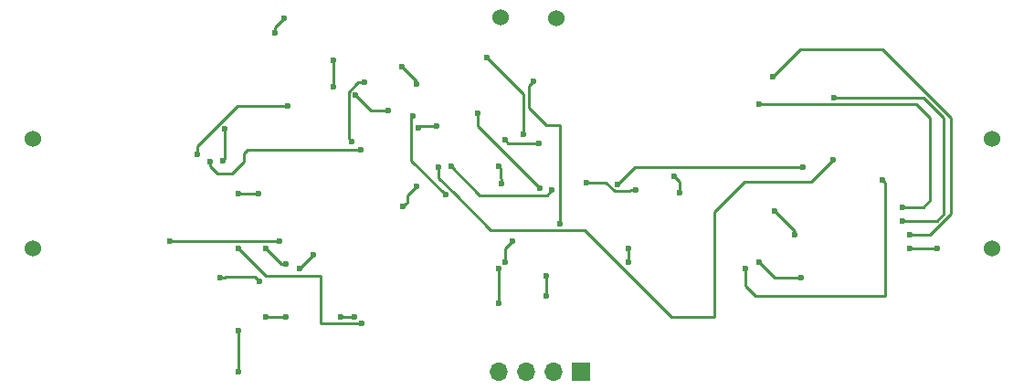
<source format=gbr>
G04 #@! TF.FileFunction,Copper,L2,Bot,Signal*
%FSLAX46Y46*%
G04 Gerber Fmt 4.6, Leading zero omitted, Abs format (unit mm)*
G04 Created by KiCad (PCBNEW 4.0.7) date Tuesday, October 17, 2017 'PMt' 03:20:21 PM*
%MOMM*%
%LPD*%
G01*
G04 APERTURE LIST*
%ADD10C,0.100000*%
%ADD11R,1.700000X1.700000*%
%ADD12O,1.700000X1.700000*%
%ADD13C,1.524000*%
%ADD14C,0.600000*%
%ADD15C,0.250000*%
G04 APERTURE END LIST*
D10*
D11*
X158750000Y-120650000D03*
D12*
X156210000Y-120650000D03*
X153670000Y-120650000D03*
X151130000Y-120650000D03*
D13*
X107950000Y-109220000D03*
X107950000Y-99060000D03*
X196850000Y-109220000D03*
X196850000Y-99060000D03*
X156510000Y-87920000D03*
X151330000Y-87830000D03*
D14*
X143510000Y-103505000D03*
X142240000Y-105371900D03*
X137795000Y-115570000D03*
X136525000Y-115570000D03*
X131445000Y-115570000D03*
X129540000Y-115570000D03*
X127000000Y-116840000D03*
X127000000Y-120650000D03*
X137502900Y-99301300D03*
X138722100Y-93827600D03*
X163195000Y-109220000D03*
X163195000Y-110490000D03*
X129540000Y-109220000D03*
X131445000Y-110642400D03*
X128955800Y-112255300D03*
X125298200Y-111963200D03*
X127000000Y-104140000D03*
X128905000Y-104140000D03*
X130810000Y-108585000D03*
X120650000Y-108585000D03*
X154406600Y-93738700D03*
X156806900Y-106921300D03*
X154965400Y-103670100D03*
X149174200Y-96748600D03*
X167386000Y-102552500D03*
X167894000Y-104076500D03*
X143167100Y-96951800D03*
X146215100Y-104279700D03*
X142151100Y-92367100D03*
X143497300Y-93980000D03*
X140919200Y-96418400D03*
X137871200Y-95021400D03*
X152400000Y-108585000D03*
X151765000Y-110490000D03*
X151765000Y-110490000D03*
X138379200Y-100114100D03*
X124383800Y-101193600D03*
X179209700Y-111988600D03*
X175260000Y-110490000D03*
X186690000Y-102870000D03*
X173990000Y-111125000D03*
X176530000Y-93345000D03*
X189230000Y-107950000D03*
X175260000Y-95885000D03*
X188595000Y-105410000D03*
X178587400Y-107950000D03*
X176758600Y-105803700D03*
X182245000Y-95250000D03*
X188595000Y-106680000D03*
X155575000Y-111760000D03*
X155575000Y-113665000D03*
X151130000Y-111125000D03*
X151130000Y-114300000D03*
X189230000Y-109220000D03*
X191770000Y-109220000D03*
X135839200Y-94259400D03*
X135839200Y-91757500D03*
X153441400Y-98679000D03*
X150088600Y-91554300D03*
X131254500Y-87896700D03*
X130441700Y-89217500D03*
X133985000Y-109855000D03*
X132715000Y-111125000D03*
X145402300Y-97866200D03*
X151714200Y-99187000D03*
X154901900Y-99517200D03*
X143675100Y-98069400D03*
X125552200Y-101130100D03*
X125755400Y-98171000D03*
X123215400Y-100520500D03*
X131559300Y-96037400D03*
X151130000Y-101600000D03*
X151434800Y-103225600D03*
X159245300Y-103124000D03*
X163842700Y-103809800D03*
X138430000Y-116205000D03*
X127000000Y-109220000D03*
X182105300Y-101053900D03*
X145554700Y-101727000D03*
X179387500Y-101727000D03*
X162179000Y-103301800D03*
X156083000Y-103860600D03*
X146723100Y-101612700D03*
D15*
X142240000Y-105371900D02*
X142539999Y-105071901D01*
X142539999Y-105071901D02*
X142578099Y-105071901D01*
X142578099Y-105071901D02*
X142728058Y-104921942D01*
X142728058Y-104921942D02*
X142728058Y-104286942D01*
X142728058Y-104286942D02*
X143510000Y-103505000D01*
X136525000Y-115570000D02*
X137795000Y-115570000D01*
X129540000Y-115570000D02*
X131445000Y-115570000D01*
X127000000Y-120650000D02*
X127000000Y-116840000D01*
X137987598Y-93980000D02*
X137246199Y-94721399D01*
X137246199Y-94721399D02*
X137246199Y-99044599D01*
X137246199Y-99044599D02*
X137502900Y-99301300D01*
X138722100Y-93827600D02*
X138139998Y-93827600D01*
X138139998Y-93827600D02*
X137987598Y-93980000D01*
X163195000Y-110490000D02*
X163195000Y-109220000D01*
X131445000Y-110642400D02*
X130962400Y-110642400D01*
X130962400Y-110642400D02*
X129540000Y-109220000D01*
X125298200Y-111963200D02*
X125722464Y-111963200D01*
X125722464Y-111963200D02*
X125801222Y-111884442D01*
X125801222Y-111884442D02*
X128584942Y-111884442D01*
X128584942Y-111884442D02*
X128955800Y-112255300D01*
X128905000Y-104140000D02*
X127000000Y-104140000D01*
X120650000Y-108585000D02*
X130810000Y-108585000D01*
X153936700Y-96202500D02*
X153936700Y-94208600D01*
X153936700Y-94208600D02*
X154406600Y-93738700D01*
X155572300Y-97838100D02*
X153936700Y-96202500D01*
X156806900Y-97838100D02*
X155572300Y-97838100D01*
X156806900Y-106921300D02*
X156806900Y-97838100D01*
X149174200Y-96748600D02*
X149174200Y-97878900D01*
X149174200Y-97878900D02*
X154965400Y-103670100D01*
X143497300Y-93980000D02*
X143497300Y-93713300D01*
X143497300Y-93713300D02*
X142151100Y-92367100D01*
X140919200Y-96418400D02*
X139268200Y-96418400D01*
X139268200Y-96418400D02*
X137871200Y-95021400D01*
X167894000Y-104076500D02*
X167894000Y-103060500D01*
X167894000Y-103060500D02*
X167386000Y-102552500D01*
X146215100Y-104279700D02*
X143050099Y-101114699D01*
X143050099Y-101114699D02*
X143050099Y-97068801D01*
X143050099Y-97068801D02*
X143167100Y-96951800D01*
X151765000Y-109220000D02*
X152400000Y-108585000D01*
X151765000Y-110490000D02*
X151765000Y-109220000D01*
X138379200Y-100114100D02*
X127835500Y-100114100D01*
X127835500Y-100114100D02*
X127530700Y-100418900D01*
X126436036Y-102278264D02*
X127530700Y-101183600D01*
X127530700Y-101183600D02*
X127530700Y-100418900D01*
X125044200Y-102278264D02*
X126436036Y-102278264D01*
X124383800Y-101193600D02*
X124383800Y-101617864D01*
X124383800Y-101617864D02*
X125044200Y-102278264D01*
X179209700Y-111988600D02*
X176758600Y-111988600D01*
X176758600Y-111988600D02*
X175260000Y-110490000D01*
X186989889Y-113655000D02*
X186989889Y-103169889D01*
X186989889Y-103169889D02*
X186690000Y-102870000D01*
X173990000Y-111125000D02*
X173990000Y-112685002D01*
X173990000Y-112685002D02*
X174959998Y-113655000D01*
X174959998Y-113655000D02*
X186989889Y-113655000D01*
X186691410Y-90805000D02*
X179070000Y-90805000D01*
X179070000Y-90805000D02*
X176530000Y-93345000D01*
X193040000Y-106046410D02*
X193040000Y-97153590D01*
X193040000Y-97153590D02*
X186691410Y-90805000D01*
X191136410Y-107950000D02*
X193040000Y-106046410D01*
X189230000Y-107950000D02*
X191136410Y-107950000D01*
X191135000Y-97155000D02*
X189865000Y-95885000D01*
X189865000Y-95885000D02*
X175260000Y-95885000D01*
X191135000Y-104775000D02*
X191135000Y-97155000D01*
X190500000Y-105410000D02*
X191135000Y-104775000D01*
X188595000Y-105410000D02*
X190500000Y-105410000D01*
X176758600Y-105803700D02*
X178587400Y-107632500D01*
X178587400Y-107632500D02*
X178587400Y-107950000D01*
X192405000Y-97155000D02*
X190500000Y-95250000D01*
X190500000Y-95250000D02*
X182245000Y-95250000D01*
X192405000Y-106045000D02*
X192405000Y-97155000D01*
X191770000Y-106680000D02*
X192405000Y-106045000D01*
X188595000Y-106680000D02*
X191770000Y-106680000D01*
X155575000Y-113665000D02*
X155575000Y-111760000D01*
X151130000Y-114300000D02*
X151130000Y-111125000D01*
X191770000Y-109220000D02*
X189230000Y-109220000D01*
X135839200Y-93063400D02*
X135839200Y-94259400D01*
X135839200Y-91757500D02*
X135839200Y-93063400D01*
X150088600Y-91554300D02*
X153441400Y-94907100D01*
X153441400Y-94907100D02*
X153441400Y-98679000D01*
X130441700Y-89217500D02*
X130441700Y-88709500D01*
X130441700Y-88709500D02*
X131254500Y-87896700D01*
X132715000Y-111125000D02*
X133985000Y-109855000D01*
X154901900Y-99517200D02*
X154477636Y-99517200D01*
X154477636Y-99517200D02*
X154452236Y-99491800D01*
X154452236Y-99491800D02*
X152019000Y-99491800D01*
X152019000Y-99491800D02*
X151714200Y-99187000D01*
X145402300Y-97866200D02*
X143878300Y-97866200D01*
X143878300Y-97866200D02*
X143675100Y-98069400D01*
X125755400Y-98171000D02*
X125755400Y-100926900D01*
X125755400Y-100926900D02*
X125552200Y-101130100D01*
X131559300Y-96037400D02*
X126963998Y-96037400D01*
X126963998Y-96037400D02*
X123215400Y-99785998D01*
X123215400Y-99785998D02*
X123215400Y-100520500D01*
X159245300Y-103124000D02*
X161076198Y-103124000D01*
X161076198Y-103124000D02*
X161878999Y-103926801D01*
X161878999Y-103926801D02*
X163301435Y-103926801D01*
X163301435Y-103926801D02*
X163418436Y-103809800D01*
X163418436Y-103809800D02*
X163842700Y-103809800D01*
X151320500Y-102687036D02*
X151320500Y-101790500D01*
X151320500Y-101790500D02*
X151130000Y-101600000D01*
X151434800Y-103225600D02*
X151434800Y-102801336D01*
X151434800Y-102801336D02*
X151320500Y-102687036D01*
X134620000Y-116205000D02*
X138430000Y-116205000D01*
X134620000Y-111760000D02*
X134620000Y-116205000D01*
X129540000Y-111760000D02*
X134620000Y-111760000D01*
X127000000Y-109220000D02*
X129540000Y-111760000D01*
X173939200Y-103022400D02*
X180136800Y-103022400D01*
X180136800Y-103022400D02*
X182105300Y-101053900D01*
X171145200Y-105816400D02*
X173939200Y-103022400D01*
X171145200Y-115608100D02*
X171145200Y-105816400D01*
X167182800Y-115608100D02*
X171145200Y-115608100D01*
X159121001Y-107546301D02*
X167182800Y-115608100D01*
X147053300Y-104192898D02*
X150406703Y-107546301D01*
X150406703Y-107546301D02*
X159121001Y-107546301D01*
X145554700Y-101727000D02*
X145554700Y-102694298D01*
X145554700Y-102694298D02*
X147053300Y-104192898D01*
X178425000Y-101727000D02*
X179387500Y-101727000D01*
X162179000Y-103301800D02*
X163753800Y-101727000D01*
X163753800Y-101727000D02*
X178425000Y-101727000D01*
X146723100Y-101612700D02*
X149405501Y-104295101D01*
X155648499Y-104295101D02*
X156083000Y-103860600D01*
X149405501Y-104295101D02*
X155648499Y-104295101D01*
M02*

</source>
